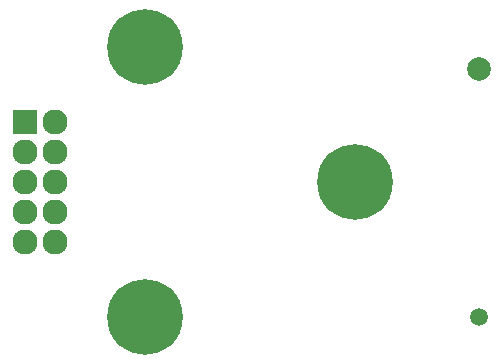
<source format=gbr>
G04 #@! TF.FileFunction,Soldermask,Bot*
%FSLAX46Y46*%
G04 Gerber Fmt 4.6, Leading zero omitted, Abs format (unit mm)*
G04 Created by KiCad (PCBNEW 4.0.5+dfsg1-4) date Thu Feb 15 14:06:30 2018*
%MOMM*%
%LPD*%
G01*
G04 APERTURE LIST*
%ADD10C,0.100000*%
%ADD11C,1.492200*%
%ADD12C,2.000200*%
%ADD13C,6.400000*%
%ADD14R,2.127200X2.127200*%
%ADD15O,2.127200X2.127200*%
G04 APERTURE END LIST*
D10*
D11*
X170555920Y-113101120D03*
D12*
X170555920Y-92100400D03*
D13*
X142240000Y-90170000D03*
X142240000Y-113030000D03*
D14*
X132080000Y-96520000D03*
D15*
X134620000Y-96520000D03*
X132080000Y-99060000D03*
X134620000Y-99060000D03*
X132080000Y-101600000D03*
X134620000Y-101600000D03*
X132080000Y-104140000D03*
X134620000Y-104140000D03*
X132080000Y-106680000D03*
X134620000Y-106680000D03*
D13*
X160020000Y-101600000D03*
M02*

</source>
